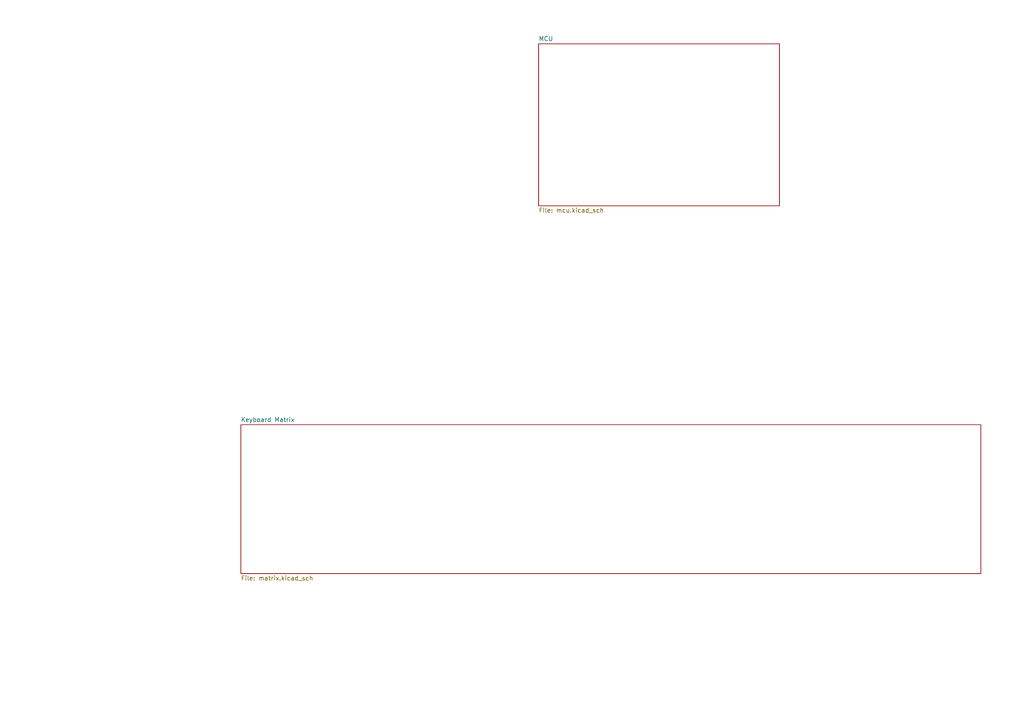
<source format=kicad_sch>
(kicad_sch
	(version 20250114)
	(generator "eeschema")
	(generator_version "9.0")
	(uuid "75d7688f-df99-426a-b593-390936606183")
	(paper "A4")
	(lib_symbols)
	(sheet
		(at 156.21 12.7)
		(size 69.85 46.99)
		(exclude_from_sim no)
		(in_bom yes)
		(on_board yes)
		(dnp no)
		(fields_autoplaced yes)
		(stroke
			(width 0.1524)
			(type solid)
		)
		(fill
			(color 0 0 0 0.0000)
		)
		(uuid "572b8eec-91ac-4047-ae36-918ae2dd5ec4")
		(property "Sheetname" "MCU"
			(at 156.21 11.9884 0)
			(effects
				(font
					(size 1.27 1.27)
				)
				(justify left bottom)
			)
		)
		(property "Sheetfile" "mcu.kicad_sch"
			(at 156.21 60.2746 0)
			(effects
				(font
					(size 1.27 1.27)
				)
				(justify left top)
			)
		)
		(instances
			(project "SlashOut"
				(path "/75d7688f-df99-426a-b593-390936606183"
					(page "3")
				)
			)
		)
	)
	(sheet
		(at 69.85 123.19)
		(size 214.63 43.18)
		(exclude_from_sim no)
		(in_bom yes)
		(on_board yes)
		(dnp no)
		(fields_autoplaced yes)
		(stroke
			(width 0.1524)
			(type solid)
		)
		(fill
			(color 0 0 0 0.0000)
		)
		(uuid "72c33015-899b-452f-9f4e-105b21ed0169")
		(property "Sheetname" "Keyboard Matrix"
			(at 69.85 122.4784 0)
			(effects
				(font
					(size 1.27 1.27)
				)
				(justify left bottom)
			)
		)
		(property "Sheetfile" "matrix.kicad_sch"
			(at 69.85 166.9546 0)
			(effects
				(font
					(size 1.27 1.27)
				)
				(justify left top)
			)
		)
		(instances
			(project "SlashOut"
				(path "/75d7688f-df99-426a-b593-390936606183"
					(page "2")
				)
			)
		)
	)
	(sheet_instances
		(path "/"
			(page "1")
		)
	)
	(embedded_fonts no)
)

</source>
